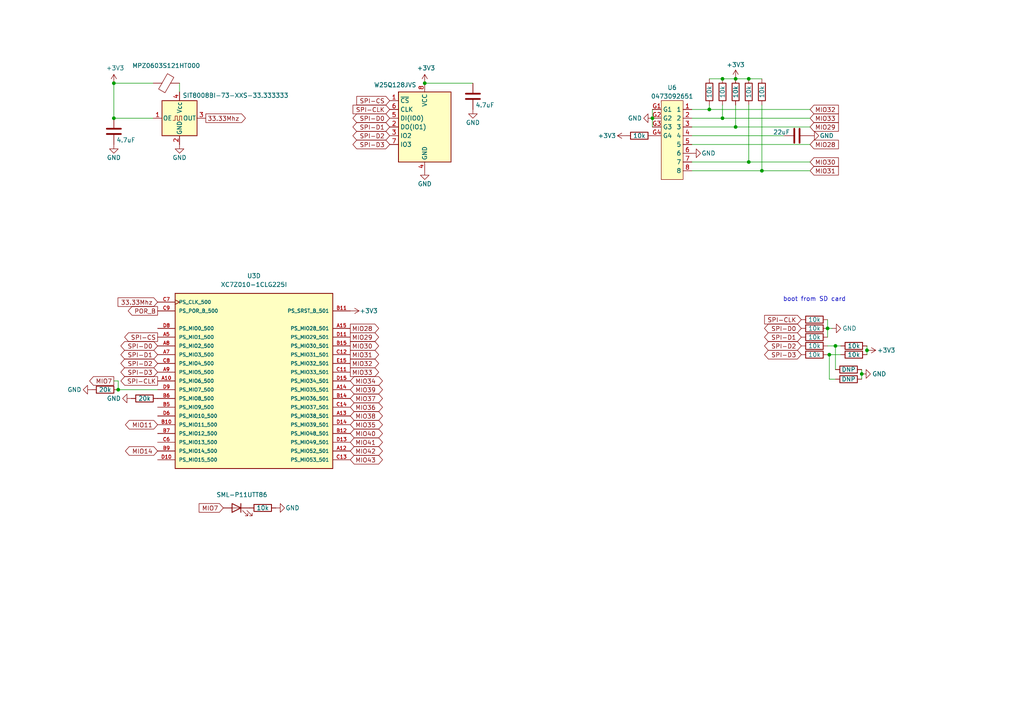
<source format=kicad_sch>
(kicad_sch (version 20231120) (generator "eeschema") (generator_version "8.0")
  (paper "A4")
  (lib_symbols
    (symbol "Device:C" (pin_numbers hide) (pin_names (offset 0.254))
      (property "Reference" "C" (at 0.635 2.54 0))
      (property "Value" "C" (at 0.635 -2.54 0))
      (symbol "C_0_1"
        (polyline (pts (xy -2.032 -0.762) (xy 2.032 -0.762)) (stroke (width 0.508)))
        (polyline (pts (xy -2.032 0.762) (xy 2.032 0.762)) (stroke (width 0.508)))
      )
      (symbol "C_1_1"
        (pin passive line (at 0 3.81 270) (length 2.794) (name "~") (number "1"))
        (pin passive line (at 0 -3.81 90) (length 2.794) (name "~") (number "2"))
      )
    )
    (symbol "Device:FerriteBead" (pin_numbers hide) (pin_names (offset 0))
      (property "Reference" "FB" (at -3.81 0.635 90))
      (property "Value" "FerriteBead" (at 3.81 0 90))
      (symbol "FerriteBead_0_1"
        (polyline (pts (xy 0 -1.27) (xy 0 -1.2192)))
        (polyline (pts (xy 0 1.27) (xy 0 1.2954)))
        (polyline (pts (xy -2.7686 0.4064) (xy -1.7018 2.2606) (xy 2.7686 -0.3048) (xy 1.6764 -2.159) (xy -2.7686 0.4064)))
      )
      (symbol "FerriteBead_1_1"
        (pin passive line (at 0 3.81 270) (length 2.54) (name "~") (number "1"))
        (pin passive line (at 0 -3.81 90) (length 2.54) (name "~") (number "2"))
      )
    )
    (symbol "Device:LED" (pin_numbers hide) (pin_names (offset 1.016) hide)
      (property "Reference" "D" (at 0 2.54 0))
      (property "Value" "LED" (at 0 -2.54 0))
      (symbol "LED_0_1"
        (polyline (pts (xy -1.27 -1.27) (xy -1.27 1.27)) (stroke (width 0.254)))
        (polyline (pts (xy -1.27 0) (xy 1.27 0)))
        (polyline (pts (xy 1.27 -1.27) (xy 1.27 1.27) (xy -1.27 0) (xy 1.27 -1.27)) (stroke (width 0.254)))
        (polyline (pts (xy -3.048 -0.762) (xy -4.572 -2.286) (xy -3.81 -2.286) (xy -4.572 -2.286) (xy -4.572 -1.524)))
        (polyline (pts (xy -1.778 -0.762) (xy -3.302 -2.286) (xy -2.54 -2.286) (xy -3.302 -2.286) (xy -3.302 -1.524)))
      )
      (symbol "LED_1_1"
        (pin passive line (at -3.81 0 0) (length 2.54) (name "K") (number "1"))
        (pin passive line (at 3.81 0 180) (length 2.54) (name "A") (number "2"))
      )
    )
    (symbol "Device:R" (pin_numbers hide) (pin_names (offset 0))
      (property "Reference" "R" (at 2.032 0 90))
      (property "Value" "R" (at 0 0 90))
      (symbol "R_0_1"
        (rectangle (start -1.016 -2.54) (end 1.016 2.54) (stroke (width 0.254)))
      )
      (symbol "R_1_1"
        (pin passive line (at 0 3.81 270) (length 1.27) (name "~") (number "1"))
        (pin passive line (at 0 -3.81 90) (length 1.27) (name "~") (number "2"))
      )
    )
    (symbol "ESP32-PRO_Rev_B1:GND" (power) (pin_names (offset 0))
      (property "Value" "GND" (at 0 -3.81 0))
      (symbol "GND_0_1"
        (polyline (pts (xy 0 0) (xy 0 -1.27) (xy 1.27 -1.27) (xy 0 -2.54) (xy -1.27 -1.27) (xy 0 -1.27)))
      )
      (symbol "GND_1_1"
        (pin power_in line (at 0 0 270) (length 0) hide (name "GND") (number "1"))
      )
    )
    (symbol "Memory_Flash:W25Q128JVS"
      (property "Reference" "U" (at -6.35 11.43 0))
      (property "Value" "W25Q128JVS" (at 7.62 11.43 0))
      (symbol "W25Q128JVS_0_1"
        (rectangle (start -7.62 10.16) (end 7.62 -10.16) (stroke (width 0.254)) (fill (type background)))
      )
      (symbol "W25Q128JVS_1_1"
        (pin input line (at -10.16 7.62 0) (length 2.54) (name "~{CS}") (number "1"))
        (pin bidirectional line (at -10.16 0 0) (length 2.54) (name "DO(IO1)") (number "2"))
        (pin bidirectional line (at -10.16 -2.54 0) (length 2.54) (name "IO2") (number "3"))
        (pin power_in line (at 0 -12.7 90) (length 2.54) (name "GND") (number "4"))
        (pin bidirectional line (at -10.16 2.54 0) (length 2.54) (name "DI(IO0)") (number "5"))
        (pin input line (at -10.16 5.08 0) (length 2.54) (name "CLK") (number "6"))
        (pin bidirectional line (at -10.16 -5.08 0) (length 2.54) (name "IO3") (number "7"))
        (pin power_in line (at 0 12.7 270) (length 2.54) (name "VCC") (number "8"))
      )
    )
    (symbol "Oscillator:SG-210SCD" (pin_names (offset 0.254))
      (property "Reference" "X" (at -5.08 6.35 0))
      (property "Value" "SG-210SCD" (at 1.27 -6.35 0))
      (symbol "SG-210SCD_0_1"
        (rectangle (start -5.08 5.08) (end 5.08 -5.08) (stroke (width 0.254)) (fill (type background)))
        (polyline (pts (xy -1.905 -0.635) (xy -1.27 -0.635) (xy -1.27 0.635) (xy -0.635 0.635) (xy -0.635 -0.635) (xy 0 -0.635) (xy 0 0.635) (xy 0.635 0.635) (xy 0.635 -0.635)))
      )
      (symbol "SG-210SCD_1_1"
        (pin input line (at -7.62 0 0) (length 2.54) (name "OE") (number "1"))
        (pin power_in line (at 0 -7.62 90) (length 2.54) (name "GND") (number "2"))
        (pin output line (at 7.62 0 180) (length 2.54) (name "OUT") (number "3"))
        (pin power_in line (at 0 7.62 270) (length 2.54) (name "Vcc") (number "4"))
      )
    )
    (symbol "Personal:U"
      (property "Reference" "U" (at 0 0 0))
      (symbol "U_1_1"
        (rectangle (start -2.54 -1.27) (end 3.81 -24.13) (fill (type background)))
        (pin input line (at 6.35 -3.81 180) (length 2.54) (name "1") (number "1"))
        (pin input line (at 6.35 -6.35 180) (length 2.54) (name "2") (number "2"))
        (pin input line (at 6.35 -8.89 180) (length 2.54) (name "3") (number "3"))
        (pin input line (at 6.35 -11.43 180) (length 2.54) (name "4") (number "4"))
        (pin input line (at 6.35 -13.97 180) (length 2.54) (name "5") (number "5"))
        (pin input line (at 6.35 -16.51 180) (length 2.54) (name "6") (number "6"))
        (pin input line (at 6.35 -19.05 180) (length 2.54) (name "7") (number "7"))
        (pin input line (at 6.35 -21.59 180) (length 2.54) (name "8") (number "8"))
        (pin input line (at -5.08 -3.81 0) (length 2.54) (name "G1") (number "G1"))
        (pin input line (at -5.08 -6.35 0) (length 2.54) (name "G2") (number "G2"))
        (pin input line (at -5.08 -8.89 0) (length 2.54) (name "G3") (number "G3"))
        (pin input line (at -5.08 -11.43 0) (length 2.54) (name "G4") (number "G4"))
      )
    )
    (symbol "Personal:XC7Z010-1CLG225I" (pin_names (offset 1.016))
      (property "Reference" "U" (at -25.5456 24.8201 0))
      (property "Value" "XC7Z010-1CLG225I" (at -25.5473 -24.1252 0))
      (symbol "XC7Z010-1CLG225I_1_0"
        (rectangle (start -25.4 -20.32) (end 25.4 22.86) (stroke (width 0.254)) (fill (type background)))
        (pin bidirectional line (at 30.48 7.62 180) (length 5.08) (name "INIT_B_0") (number "D5"))
        (pin power_in line (at 30.48 20.32 180) (length 5.08) (name "VCCBATT_0") (number "E6"))
        (pin passive line (at 30.48 -10.16 180) (length 5.08) (name "RSVDGND") (number "E8"))
        (pin input line (at -30.48 -5.08 0) (length 5.08) (name "CFGBVS_0") (number "F6"))
        (pin power_in line (at 30.48 17.78 180) (length 5.08) (name "VCCADC_0") (number "F7"))
        (pin power_in line (at 30.48 -17.78 180) (length 5.08) (name "GNDADC_0") (number "F8"))
        (pin passive line (at 30.48 -2.54 180) (length 5.08) (name "RSVSVCC1") (number "G4"))
        (pin input line (at -30.48 -7.62 0) (length 5.08) (name "VP_0") (number "G7"))
        (pin power_in line (at 30.48 -15.24 180) (length 5.08) (name "VREFN_0") (number "G8"))
        (pin input clock (at -30.48 10.16 0) (length 5.08) (name "TCK_0") (number "G9"))
        (pin passive line (at 30.48 -7.62 180) (length 5.08) (name "RSVSVCC3") (number "H4"))
        (pin power_in line (at 30.48 15.24 180) (length 5.08) (name "VREFP_0") (number "H7"))
        (pin input line (at -30.48 -10.16 0) (length 5.08) (name "VN_0") (number "H8"))
        (pin passive line (at 30.48 -5.08 180) (length 5.08) (name "RSVSVCC2") (number "J4"))
        (pin output line (at 30.48 2.54 180) (length 5.08) (name "DXP_0") (number "J7"))
        (pin input line (at -30.48 -2.54 0) (length 5.08) (name "PROGRAM_B_0") (number "K6"))
        (pin input line (at -30.48 5.08 0) (length 5.08) (name "TDI_0") (number "L7"))
        (pin output line (at -30.48 2.54 0) (length 5.08) (name "TDO_0") (number "L8"))
        (pin input line (at -30.48 7.62 0) (length 5.08) (name "TMS_0") (number "L9"))
        (pin bidirectional line (at 30.48 10.16 180) (length 5.08) (name "DONE_0") (number "M7"))
      )
      (symbol "XC7Z010-1CLG225I_2_0"
        (rectangle (start -27.94 -30.48) (end 27.94 33.02) (stroke (width 0.254)) (fill (type background)))
        (pin bidirectional line (at -33.02 30.48 0) (length 5.08) (name "IO_L1P_T0_34") (number "G11"))
        (pin bidirectional line (at -33.02 25.4 0) (length 5.08) (name "IO_L2P_T0_34") (number "G12"))
        (pin bidirectional line (at -33.02 20.32 0) (length 5.08) (name "IO_L3P_T0_DQS_PUDC_B_34") (number "G14"))
        (pin bidirectional line (at -33.02 5.08 0) (length 5.08) (name "IO_L6P_T0_34") (number "H11"))
        (pin bidirectional line (at -33.02 27.94 0) (length 5.08) (name "IO_L1N_T0_34") (number "H12"))
        (pin bidirectional line (at -33.02 22.86 0) (length 5.08) (name "IO_L2N_T0_34") (number "H13"))
        (pin bidirectional line (at -33.02 17.78 0) (length 5.08) (name "IO_L3N_T0_DQS_34") (number "H14"))
        (pin bidirectional line (at -33.02 2.54 0) (length 5.08) (name "IO_L6N_T0_VREF_34") (number "J11"))
        (pin bidirectional line (at -33.02 10.16 0) (length 5.08) (name "IO_L5P_T0_34") (number "J13"))
        (pin bidirectional line (at -33.02 7.62 0) (length 5.08) (name "IO_L5N_T0_34") (number "J14"))
        (pin bidirectional line (at -33.02 15.24 0) (length 5.08) (name "IO_L4P_T0_34") (number "J15"))
        (pin bidirectional line (at -33.02 -20.32 0) (length 5.08) (name "IO_L11P_T1_SRCC_34") (number "K11"))
        (pin bidirectional line (at -33.02 -22.86 0) (length 5.08) (name "IO_L11N_T1_SRCC_34") (number "K12"))
        (pin bidirectional line (at -33.02 -15.24 0) (length 5.08) (name "IO_L10P_T1_34") (number "K13"))
        (pin bidirectional line (at -33.02 12.7 0) (length 5.08) (name "IO_L4N_T0_34") (number "K15"))
        (pin bidirectional line (at -33.02 -25.4 0) (length 5.08) (name "IO_L12P_T1_MRCC_34") (number "L12"))
        (pin bidirectional line (at -33.02 -17.78 0) (length 5.08) (name "IO_L10N_T1_34") (number "L13"))
        (pin bidirectional line (at -33.02 -10.16 0) (length 5.08) (name "IO_L9P_T1_DQS_34") (number "L14"))
        (pin bidirectional line (at -33.02 -5.08 0) (length 5.08) (name "IO_L8P_T1_34") (number "L15"))
        (pin bidirectional line (at 33.02 -5.08 180) (length 5.08) (name "IO_L21P_T3_DQS_34") (number "M10"))
        (pin bidirectional line (at 33.02 -7.62 180) (length 5.08) (name "IO_L21N_T3_DQS_34") (number "M11"))
        (pin bidirectional line (at -33.02 -27.94 0) (length 5.08) (name "IO_L12N_T1_MRCC_34") (number "M12"))
        (pin bidirectional line (at -33.02 -12.7 0) (length 5.08) (name "IO_L9N_T1_DQS_34") (number "M14"))
        (pin bidirectional line (at -33.02 -7.62 0) (length 5.08) (name "IO_L8N_T1_34") (number "M15"))
        (pin bidirectional line (at 33.02 5.08 180) (length 5.08) (name "IO_L19P_T3_34") (number "M9"))
        (pin bidirectional line (at 33.02 30.48 180) (length 5.08) (name "IO_L13P_T2_MRCC_34") (number "N11"))
        (pin bidirectional line (at 33.02 27.94 180) (length 5.08) (name "IO_L13N_T2_MRCC_34") (number "N12"))
        (pin bidirectional line (at -33.02 0 0) (length 5.08) (name "IO_L7P_T1_34") (number "N13"))
        (pin bidirectional line (at -33.02 -2.54 0) (length 5.08) (name "IO_L7N_T1_34") (number "N14"))
        (pin bidirectional line (at 33.02 -10.16 180) (length 5.08) (name "IO_L22P_T3_34") (number "N7"))
        (pin bidirectional line (at 33.02 -12.7 180) (length 5.08) (name "IO_L22N_T3_34") (number "N8"))
        (pin bidirectional line (at 33.02 2.54 180) (length 5.08) (name "IO_L19N_T3_VREF_34") (number "N9"))
        (pin bidirectional line (at 33.02 -20.32 180) (length 5.08) (name "IO_L24P_T3_34") (number "P10"))
        (pin bidirectional line (at 33.02 20.32 180) (length 5.08) (name "IO_L16P_T2_34") (number "P11"))
        (pin bidirectional line (at 33.02 10.16 180) (length 5.08) (name "IO_L18P_T2_34") (number "P13"))
        (pin bidirectional line (at 33.02 7.62 180) (length 5.08) (name "IO_L18N_T2_34") (number "P14"))
        (pin bidirectional line (at 33.02 25.4 180) (length 5.08) (name "IO_L15P_T2_DQS_34") (number "P15"))
        (pin bidirectional line (at 33.02 -15.24 180) (length 5.08) (name "IO_L23P_T3_34") (number "P8"))
        (pin bidirectional line (at 33.02 -17.78 180) (length 5.08) (name "IO_L23N_T3_34") (number "P9"))
        (pin bidirectional line (at 33.02 -22.86 180) (length 5.08) (name "IO_L24N_T3_34") (number "R10"))
        (pin bidirectional line (at 33.02 17.78 180) (length 5.08) (name "IO_L16N_T2_34") (number "R11"))
        (pin bidirectional line (at 33.02 15.24 180) (length 5.08) (name "IO_L17P_T2_34") (number "R12"))
        (pin bidirectional line (at 33.02 12.7 180) (length 5.08) (name "IO_L17N_T2_34") (number "R13"))
        (pin bidirectional line (at 33.02 22.86 180) (length 5.08) (name "IO_L15N_T2_DQS_34") (number "R15"))
        (pin bidirectional line (at 33.02 0 180) (length 5.08) (name "IO_L20P_T3_34") (number "R7"))
        (pin bidirectional line (at 33.02 -2.54 180) (length 5.08) (name "IO_L20N_T3_34") (number "R8"))
      )
      (symbol "XC7Z010-1CLG225I_3_0"
        (rectangle (start -22.86 -10.16) (end 22.86 12.7) (stroke (width 0.254)) (fill (type background)))
        (pin bidirectional line (at -27.94 5.08 0) (length 5.08) (name "IO_L2P_T0_AD8P_35") (number "E11"))
        (pin bidirectional line (at -27.94 2.54 0) (length 5.08) (name "IO_L2N_T0_AD8N_35") (number "E12"))
        (pin bidirectional line (at -27.94 7.62 0) (length 5.08) (name "IO_L1N_T0_AD0N_35") (number "E13"))
        (pin bidirectional line (at -27.94 10.16 0) (length 5.08) (name "IO_L1P_T0_AD0P_35") (number "F12"))
        (pin bidirectional line (at -27.94 0 0) (length 5.08) (name "IO_L3P_T0_DQS_AD1P_35") (number "F13"))
        (pin bidirectional line (at -27.94 -2.54 0) (length 5.08) (name "IO_L3N_T0_DQS_AD1N_35") (number "F14"))
        (pin bidirectional line (at -27.94 -7.62 0) (length 5.08) (name "IO_L5N_T0_AD9N_35") (number "F15"))
        (pin bidirectional line (at -27.94 -5.08 0) (length 5.08) (name "IO_L5P_T0_AD9P_35") (number "G15"))
      )
      (symbol "XC7Z010-1CLG225I_4_0"
        (rectangle (start -22.86 -25.4) (end 22.86 25.4) (stroke (width 0.254)) (fill (type background)))
        (pin bidirectional line (at -27.94 0 0) (length 5.08) (name "PS_MIO6_500") (number "A10"))
        (pin bidirectional line (at 27.94 -20.32 180) (length 5.08) (name "PS_MIO52_501") (number "A12"))
        (pin bidirectional line (at 27.94 -10.16 180) (length 5.08) (name "PS_MIO38_501") (number "A13"))
        (pin bidirectional line (at 27.94 -2.54 180) (length 5.08) (name "PS_MIO35_501") (number "A14"))
        (pin bidirectional line (at 27.94 15.24 180) (length 5.08) (name "PS_MIO28_501") (number "A15"))
        (pin bidirectional line (at -27.94 12.7 0) (length 5.08) (name "PS_MIO1_500") (number "A5"))
        (pin bidirectional line (at -27.94 7.62 0) (length 5.08) (name "PS_MIO3_500") (number "A7"))
        (pin bidirectional line (at -27.94 10.16 0) (length 5.08) (name "PS_MIO2_500") (number "A8"))
        (pin bidirectional line (at -27.94 2.54 0) (length 5.08) (name "PS_MIO5_500") (number "A9"))
        (pin bidirectional line (at -27.94 -12.7 0) (length 5.08) (name "PS_MIO11_500") (number "B10"))
        (pin input line (at 27.94 20.32 180) (length 5.08) (name "PS_SRST_B_501") (number "B11"))
        (pin bidirectional line (at 27.94 -15.24 180) (length 5.08) (name "PS_MIO48_501") (number "B12"))
        (pin bidirectional line (at 27.94 -5.08 180) (length 5.08) (name "PS_MIO36_501") (number "B14"))
        (pin bidirectional line (at 27.94 10.16 180) (length 5.08) (name "PS_MIO30_501") (number "B15"))
        (pin bidirectional line (at -27.94 -7.62 0) (length 5.08) (name "PS_MIO9_500") (number "B5"))
        (pin bidirectional line (at -27.94 -5.08 0) (length 5.08) (name "PS_MIO8_500") (number "B6"))
        (pin bidirectional line (at -27.94 -15.24 0) (length 5.08) (name "PS_MIO12_500") (number "B7"))
        (pin bidirectional line (at -27.94 -20.32 0) (length 5.08) (name "PS_MIO14_500") (number "B9"))
        (pin bidirectional line (at 27.94 2.54 180) (length 5.08) (name "PS_MIO33_501") (number "C11"))
        (pin bidirectional line (at 27.94 7.62 180) (length 5.08) (name "PS_MIO31_501") (number "C12"))
        (pin bidirectional line (at 27.94 -22.86 180) (length 5.08) (name "PS_MIO53_501") (number "C13"))
        (pin bidirectional line (at 27.94 -7.62 180) (length 5.08) (name "PS_MIO37_501") (number "C14"))
        (pin bidirectional line (at -27.94 -17.78 0) (length 5.08) (name "PS_MIO13_500") (number "C6"))
        (pin input clock (at -27.94 22.86 0) (length 5.08) (name "PS_CLK_500") (number "C7"))
        (pin bidirectional line (at -27.94 5.08 0) (length 5.08) (name "PS_MIO4_500") (number "C8"))
        (pin input line (at -27.94 20.32 0) (length 5.08) (name "PS_POR_B_500") (number "C9"))
        (pin bidirectional line (at -27.94 -22.86 0) (length 5.08) (name "PS_MIO15_500") (number "D10"))
        (pin bidirectional line (at 27.94 12.7 180) (length 5.08) (name "PS_MIO29_501") (number "D11"))
        (pin bidirectional line (at 27.94 -17.78 180) (length 5.08) (name "PS_MIO49_501") (number "D13"))
        (pin bidirectional line (at 27.94 -12.7 180) (length 5.08) (name "PS_MIO39_501") (number "D14"))
        (pin bidirectional line (at 27.94 0 180) (length 5.08) (name "PS_MIO34_501") (number "D15"))
        (pin bidirectional line (at -27.94 -10.16 0) (length 5.08) (name "PS_MIO10_500") (number "D6"))
        (pin bidirectional line (at -27.94 15.24 0) (length 5.08) (name "PS_MIO0_500") (number "D8"))
        (pin bidirectional line (at -27.94 -2.54 0) (length 5.08) (name "PS_MIO7_500") (number "D9"))
        (pin bidirectional line (at 27.94 5.08 180) (length 5.08) (name "PS_MIO32_501") (number "E15"))
      )
      (symbol "XC7Z010-1CLG225I_5_0"
        (rectangle (start -27.94 -43.18) (end 27.94 43.18) (stroke (width 0.254)) (fill (type background)))
        (pin bidirectional line (at -33.02 38.1 0) (length 5.08) (name "PS_DDR_DQ1_502") (number "A2"))
        (pin bidirectional line (at -33.02 22.86 0) (length 5.08) (name "PS_DDR_DQ7_502") (number "A3"))
        (pin bidirectional line (at -33.02 27.94 0) (length 5.08) (name "PS_DDR_DQ5_502") (number "A4"))
        (pin output line (at 33.02 -2.54 180) (length 5.08) (name "PS_DDR_DM0_502") (number "B1"))
        (pin bidirectional line (at -33.02 -2.54 0) (length 5.08) (name "PS_DDR_DQS_N0_502") (number "B2"))
        (pin bidirectional line (at -33.02 30.48 0) (length 5.08) (name "PS_DDR_DQ4_502") (number "B4"))
        (pin bidirectional line (at -33.02 33.02 0) (length 5.08) (name "PS_DDR_DQ3_502") (number "C1"))
        (pin bidirectional line (at -33.02 0 0) (length 5.08) (name "PS_DDR_DQS_P0_502") (number "C2"))
        (pin bidirectional line (at -33.02 25.4 0) (length 5.08) (name "PS_DDR_DQ6_502") (number "C3"))
        (pin bidirectional line (at -33.02 35.56 0) (length 5.08) (name "PS_DDR_DQ2_502") (number "C4"))
        (pin bidirectional line (at -33.02 17.78 0) (length 5.08) (name "PS_DDR_DQ9_502") (number "D1"))
        (pin output line (at 33.02 -5.08 180) (length 5.08) (name "PS_DDR_DM1_502") (number "D3"))
        (pin bidirectional line (at -33.02 40.64 0) (length 5.08) (name "PS_DDR_DQ0_502") (number "D4"))
        (pin bidirectional line (at -33.02 20.32 0) (length 5.08) (name "PS_DDR_DQ8_502") (number "E1"))
        (pin bidirectional line (at -33.02 15.24 0) (length 5.08) (name "PS_DDR_DQ10_502") (number "E2"))
        (pin bidirectional line (at -33.02 12.7 0) (length 5.08) (name "PS_DDR_DQ11_502") (number "E3"))
        (pin bidirectional line (at -33.02 -7.62 0) (length 5.08) (name "PS_DDR_DQS_N1_502") (number "F2"))
        (pin bidirectional line (at -33.02 10.16 0) (length 5.08) (name "PS_DDR_DQ12_502") (number "F3"))
        (pin power_in line (at 33.02 40.64 180) (length 5.08) (name "PS_DDR_VREF0_502") (number "F4"))
        (pin bidirectional line (at -33.02 7.62 0) (length 5.08) (name "PS_DDR_DQ13_502") (number "G1"))
        (pin bidirectional line (at -33.02 -5.08 0) (length 5.08) (name "PS_DDR_DQS_P1_502") (number "G2"))
        (pin bidirectional line (at -33.02 5.08 0) (length 5.08) (name "PS_DDR_DQ14_502") (number "H1"))
        (pin bidirectional line (at -33.02 2.54 0) (length 5.08) (name "PS_DDR_DQ15_502") (number "H2"))
        (pin output line (at 33.02 -38.1 180) (length 5.08) (name "PS_DDR_VRP_502") (number "H3"))
        (pin output line (at 33.02 10.16 180) (length 5.08) (name "PS_DDR_A10_502") (number "J1"))
        (pin output line (at 33.02 -40.64 180) (length 5.08) (name "PS_DDR_VRN_502") (number "J3"))
        (pin output line (at 33.02 0 180) (length 5.08) (name "PS_DDR_A14_502") (number "K1"))
        (pin output line (at 33.02 2.54 180) (length 5.08) (name "PS_DDR_A13_502") (number "K2"))
        (pin output line (at 33.02 -25.4 180) (length 5.08) (name "PS_DDR_ODT_502") (number "K3"))
        (pin output line (at 33.02 7.62 180) (length 5.08) (name "PS_DDR_A11_502") (number "L2"))
        (pin output line (at 33.02 -20.32 180) (length 5.08) (name "PS_DDR_CKE_502") (number "L3"))
        (pin output line (at 33.02 -22.86 180) (length 5.08) (name "PS_DDR_DRST_B_502") (number "L4"))
        (pin output line (at 33.02 30.48 180) (length 5.08) (name "PS_DDR_A2_502") (number "M1"))
        (pin output line (at 33.02 5.08 180) (length 5.08) (name "PS_DDR_A12_502") (number "M2"))
        (pin output line (at 33.02 27.94 180) (length 5.08) (name "PS_DDR_A3_502") (number "M4"))
        (pin output line (at 33.02 17.78 180) (length 5.08) (name "PS_DDR_A7_502") (number "M5"))
        (pin output line (at 33.02 -7.62 180) (length 5.08) (name "PS_DDR_BA0_502") (number "M6"))
        (pin output line (at 33.02 33.02 180) (length 5.08) (name "PS_DDR_A1_502") (number "N1"))
        (pin output clock (at 33.02 -17.78 180) (length 5.08) (name "PS_DDR_CKN_502") (number "N2"))
        (pin output clock (at 33.02 -15.24 180) (length 5.08) (name "PS_DDR_CKP_502") (number "N3"))
        (pin output line (at 33.02 12.7 180) (length 5.08) (name "PS_DDR_A9_502") (number "N4"))
        (pin output line (at 33.02 -12.7 180) (length 5.08) (name "PS_DDR_BA2_502") (number "N6"))
        (pin output line (at 33.02 35.56 180) (length 5.08) (name "PS_DDR_A0_502") (number "P1"))
        (pin output line (at 33.02 25.4 180) (length 5.08) (name "PS_DDR_A4_502") (number "P3"))
        (pin output line (at 33.02 22.86 180) (length 5.08) (name "PS_DDR_A5_502") (number "P4"))
        (pin output line (at 33.02 20.32 180) (length 5.08) (name "PS_DDR_A6_502") (number "P5"))
        (pin output line (at 33.02 15.24 180) (length 5.08) (name "PS_DDR_A8_502") (number "P6"))
        (pin output line (at 33.02 -10.16 180) (length 5.08) (name "PS_DDR_BA1_502") (number "R1"))
        (pin output line (at 33.02 -27.94 180) (length 5.08) (name "PS_DDR_CS_B_502") (number "R2"))
        (pin output line (at 33.02 -30.48 180) (length 5.08) (name "PS_DDR_WE_B_502") (number "R3"))
        (pin output line (at 33.02 -33.02 180) (length 5.08) (name "PS_DDR_CAS_B_502") (number "R5"))
        (pin output line (at 33.02 -35.56 180) (length 5.08) (name "PS_DDR_RAS_B_502") (number "R6"))
      )
      (symbol "XC7Z010-1CLG225I_6_0"
        (rectangle (start -17.78 -17.78) (end 17.78 17.78) (stroke (width 0.254)) (fill (type background)))
        (pin power_in line (at 22.86 -15.24 180) (length 5.08) (name "GND") (number "A1"))
        (pin power_in line (at 22.86 -15.24 180) (length 5.08) (name "GND") (number "A11"))
        (pin power_in line (at 22.86 -5.08 180) (length 5.08) (name "VCCO_MIO0_500") (number "A6"))
        (pin power_in line (at 22.86 -7.62 180) (length 5.08) (name "VCCO_MIO1_501") (number "B13"))
        (pin power_in line (at 22.86 -10.16 180) (length 5.08) (name "VCCO_DDR_502") (number "B3"))
        (pin power_in line (at 22.86 -15.24 180) (length 5.08) (name "GND") (number "B8"))
        (pin power_in line (at 22.86 -7.62 180) (length 5.08) (name "VCCO_MIO1_501") (number "C10"))
        (pin power_in line (at 22.86 -15.24 180) (length 5.08) (name "GND") (number "C15"))
        (pin power_in line (at 22.86 -15.24 180) (length 5.08) (name "GND") (number "C5"))
        (pin power_in line (at 22.86 -15.24 180) (length 5.08) (name "GND") (number "D12"))
        (pin power_in line (at 22.86 -15.24 180) (length 5.08) (name "GND") (number "D2"))
        (pin power_in line (at 22.86 -5.08 180) (length 5.08) (name "VCCO_MIO0_500") (number "D7"))
        (pin power_in line (at 22.86 15.24 180) (length 5.08) (name "VCCINT") (number "E10"))
        (pin power_in line (at 22.86 -7.62 180) (length 5.08) (name "VCCO_MIO1_501") (number "E14"))
        (pin power_in line (at 22.86 -10.16 180) (length 5.08) (name "VCCO_DDR_502") (number "E4"))
        (pin power_in line (at 22.86 -15.24 180) (length 5.08) (name "GND") (number "E5"))
        (pin power_in line (at 22.86 -15.24 180) (length 5.08) (name "GND") (number "E7"))
        (pin power_in line (at 22.86 -15.24 180) (length 5.08) (name "GND") (number "E9"))
        (pin power_in line (at 22.86 -10.16 180) (length 5.08) (name "VCCO_DDR_502") (number "F1"))
        (pin power_in line (at 22.86 -15.24 180) (length 5.08) (name "GND") (number "F10"))
        (pin power_in line (at 22.86 -2.54 180) (length 5.08) (name "VCCO_35") (number "F11"))
        (pin power_in line (at 22.86 5.08 180) (length 5.08) (name "VCCPLL") (number "F5"))
        (pin power_in line (at 22.86 15.24 180) (length 5.08) (name "VCCINT") (number "F9"))
        (pin power_in line (at 22.86 15.24 180) (length 5.08) (name "VCCINT") (number "G10"))
        (pin power_in line (at 22.86 -15.24 180) (length 5.08) (name "GND") (number "G13"))
        (pin power_in line (at 22.86 -15.24 180) (length 5.08) (name "GND") (number "G3"))
        (pin power_in line (at 22.86 -15.24 180) (length 5.08) (name "GND") (number "G5"))
        (pin power_in line (at 22.86 12.7 180) (length 5.08) (name "VCCPINT") (number "G6"))
        (pin power_in line (at 22.86 -15.24 180) (length 5.08) (name "GND") (number "H10"))
        (pin power_in line (at 22.86 -2.54 180) (length 5.08) (name "VCCO_35") (number "H15"))
        (pin power_in line (at 22.86 12.7 180) (length 5.08) (name "VCCPINT") (number "H5"))
        (pin power_in line (at 22.86 -15.24 180) (length 5.08) (name "GND") (number "H6"))
        (pin power_in line (at 22.86 10.16 180) (length 5.08) (name "VCCAUX") (number "H9"))
        (pin power_in line (at 22.86 15.24 180) (length 5.08) (name "VCCINT") (number "J10"))
        (pin power_in line (at 22.86 0 180) (length 5.08) (name "VCCO_34") (number "J12"))
        (pin power_in line (at 22.86 -10.16 180) (length 5.08) (name "VCCO_DDR_502") (number "J2"))
        (pin power_in line (at 22.86 -15.24 180) (length 5.08) (name "GND") (number "J5"))
        (pin power_in line (at 22.86 7.62 180) (length 5.08) (name "VCCPAUX") (number "J6"))
        (pin power_in line (at 22.86 10.16 180) (length 5.08) (name "VCCAUX") (number "J8"))
        (pin power_in line (at 22.86 -15.24 180) (length 5.08) (name "GND") (number "J9"))
        (pin power_in line (at 22.86 -15.24 180) (length 5.08) (name "GND") (number "K10"))
        (pin power_in line (at 22.86 -15.24 180) (length 5.08) (name "GND") (number "K14"))
        (pin power_in line (at 22.86 -15.24 180) (length 5.08) (name "GND") (number "K4"))
        (pin power_in line (at 22.86 12.7 180) (length 5.08) (name "VCCPINT") (number "K5"))
        (pin power_in line (at 22.86 -15.24 180) (length 5.08) (name "GND") (number "K7"))
        (pin power_in line (at 22.86 2.54 180) (length 5.08) (name "VCCO_0") (number "K8"))
        (pin power_in line (at 22.86 10.16 180) (length 5.08) (name "VCCAUX") (number "K9"))
        (pin power_in line (at 22.86 -15.24 180) (length 5.08) (name "GND") (number "L1"))
        (pin power_in line (at 22.86 15.24 180) (length 5.08) (name "VCCINT") (number "L10"))
        (pin power_in line (at 22.86 -15.24 180) (length 5.08) (name "GND") (number "L11"))
        (pin power_in line (at 22.86 -15.24 180) (length 5.08) (name "GND") (number "L5"))
        (pin power_in line (at 22.86 7.62 180) (length 5.08) (name "VCCPAUX") (number "L6"))
        (pin power_in line (at 22.86 0 180) (length 5.08) (name "VCCO_34") (number "M13"))
        (pin power_in line (at 22.86 -10.16 180) (length 5.08) (name "VCCO_DDR_502") (number "M3"))
        (pin power_in line (at 22.86 -15.24 180) (length 5.08) (name "GND") (number "M8"))
        (pin power_in line (at 22.86 0 180) (length 5.08) (name "VCCO_34") (number "N10"))
        (pin power_in line (at 22.86 -15.24 180) (length 5.08) (name "GND") (number "N15"))
        (pin power_in line (at 22.86 -15.24 180) (length 5.08) (name "GND") (number "N5"))
        (pin power_in line (at 22.86 -15.24 180) (length 5.08) (name "GND") (number "P12"))
        (pin power_in line (at 22.86 -15.24 180) (length 5.08) (name "GND") (number "P2"))
        (pin power_in line (at 22.86 0 180) (length 5.08) (name "VCCO_34") (number "P7"))
        (pin power_in line (at 22.86 0 180) (length 5.08) (name "VCCO_34") (number "R14"))
        (pin power_in line (at 22.86 -10.16 180) (length 5.08) (name "VCCO_DDR_502") (number "R4"))
        (pin power_in line (at 22.86 -15.24 180) (length 5.08) (name "GND") (number "R9"))
      )
    )
    (symbol "power:+3V3" (power) (pin_names (offset 0))
      (property "Value" "+3V3" (at 0 3.556 0))
      (symbol "+3V3_0_1"
        (polyline (pts (xy -0.762 1.27) (xy 0 2.54)))
        (polyline (pts (xy 0 0) (xy 0 2.54)))
        (polyline (pts (xy 0 2.54) (xy 0.762 1.27)))
      )
      (symbol "+3V3_1_1"
        (pin power_in line (at 0 0 90) (length 0) hide (name "+3V3") (number "1"))
      )
    )
  )
  (junction (at 33.02 24.13))
  (junction (at 240.03 95.25))
  (junction (at 33.02 34.29))
  (junction (at 240.538 102.87))
  (junction (at 209.55 22.86))
  (junction (at 217.17 22.86))
  (junction (at 189.23 34.29))
  (junction (at 217.17 46.99))
  (junction (at 249.936 108.458))
  (junction (at 213.36 36.83))
  (junction (at 213.36 22.86))
  (junction (at 251.46 101.6))
  (junction (at 209.55 34.29))
  (junction (at 123.19 24.13))
  (junction (at 242.316 100.33))
  (junction (at 220.98 49.53))
  (junction (at 34.29 113.03))
  (junction (at 205.74 31.75))
  (wire (pts (xy 213.36 22.86) (xy 217.17 22.86)))
  (wire (pts (xy 240.538 102.87) (xy 240.03 102.87)))
  (wire (pts (xy 240.03 95.25) (xy 240.03 97.79)))
  (wire (pts (xy 213.36 36.83) (xy 200.66 36.83)))
  (wire (pts (xy 242.316 107.188) (xy 242.316 100.33)))
  (wire (pts (xy 213.36 30.48) (xy 213.36 36.83)))
  (wire (pts (xy 123.19 24.13) (xy 137.16 24.13)))
  (wire (pts (xy 33.02 110.49) (xy 34.29 110.49)))
  (wire (pts (xy 242.316 109.982) (xy 240.538 109.982)))
  (wire (pts (xy 34.29 113.03) (xy 45.72 113.03)))
  (wire (pts (xy 242.316 100.33) (xy 243.84 100.33)))
  (wire (pts (xy 249.936 107.188) (xy 249.936 108.458)))
  (wire (pts (xy 217.17 30.48) (xy 217.17 46.99)))
  (wire (pts (xy 200.66 49.53) (xy 220.98 49.53)))
  (wire (pts (xy 52.07 24.13) (xy 52.07 26.67)))
  (wire (pts (xy 220.98 30.48) (xy 220.98 49.53)))
  (wire (pts (xy 189.23 34.29) (xy 189.23 36.83)))
  (wire (pts (xy 240.538 109.982) (xy 240.538 102.87)))
  (wire (pts (xy 234.95 46.99) (xy 217.17 46.99)))
  (wire (pts (xy 33.02 34.29) (xy 44.45 34.29)))
  (wire (pts (xy 217.17 22.86) (xy 220.98 22.86)))
  (wire (pts (xy 251.46 101.6) (xy 251.46 102.87)))
  (wire (pts (xy 205.74 31.75) (xy 200.66 31.75)))
  (wire (pts (xy 240.03 100.33) (xy 242.316 100.33)))
  (wire (pts (xy 249.936 108.458) (xy 249.936 109.982)))
  (wire (pts (xy 251.46 100.33) (xy 251.46 101.6)))
  (wire (pts (xy 33.02 24.13) (xy 33.02 34.29)))
  (wire (pts (xy 217.17 46.99) (xy 200.66 46.99)))
  (wire (pts (xy 234.95 41.91) (xy 200.66 41.91)))
  (wire (pts (xy 213.36 22.86) (xy 209.55 22.86)))
  (wire (pts (xy 243.84 102.87) (xy 240.538 102.87)))
  (wire (pts (xy 209.55 22.86) (xy 205.74 22.86)))
  (wire (pts (xy 220.98 49.53) (xy 234.95 49.53)))
  (wire (pts (xy 234.95 36.83) (xy 213.36 36.83)))
  (wire (pts (xy 205.74 30.48) (xy 205.74 31.75)))
  (wire (pts (xy 189.23 31.75) (xy 189.23 34.29)))
  (wire (pts (xy 34.29 110.49) (xy 34.29 113.03)))
  (wire (pts (xy 33.02 24.13) (xy 44.45 24.13)))
  (wire (pts (xy 209.55 30.48) (xy 209.55 34.29)))
  (wire (pts (xy 234.95 34.29) (xy 209.55 34.29)))
  (wire (pts (xy 227.33 39.37) (xy 200.66 39.37)))
  (wire (pts (xy 209.55 34.29) (xy 200.66 34.29)))
  (wire (pts (xy 240.03 92.71) (xy 240.03 95.25)))
  (wire (pts (xy 234.95 31.75) (xy 205.74 31.75)))
  (wire (pts (xy 241.3 95.25) (xy 240.03 95.25)))
  (text "boot from SD card" (at 236.22 86.868 0) (effects (font (size 1.27 1.27))))
  (global_label "MIO43" (shape bidirectional) (at 101.6 133.35 0) (property "Intersheetrefs" "${INTERSHEET_REFS}" (effects (hide yes))))
  (global_label "MIO42" (shape bidirectional) (at 101.6 130.81 0) (property "Intersheetrefs" "${INTERSHEET_REFS}" (effects (hide yes))))
  (global_label "SPI-D2" (shape bidirectional) (at 45.72 105.41 180) (property "Intersheetrefs" "${INTERSHEET_REFS}" (effects (hide yes))))
  (global_label "SPI-D0" (shape bidirectional) (at 45.72 100.33 180) (property "Intersheetrefs" "${INTERSHEET_REFS}" (effects (hide yes))))
  (global_label "MIO29" (shape output) (at 101.6 97.79 0) (property "Intersheetrefs" "${INTERSHEET_REFS}" (effects (hide yes))))
  (global_label "MIO31" (shape output) (at 101.6 102.87 0) (property "Intersheetrefs" "${INTERSHEET_REFS}" (effects (hide yes))))
  (global_label "SPI-D2" (shape bidirectional) (at 232.41 100.33 180) (property "Intersheetrefs" "${INTERSHEET_REFS}" (effects (hide yes))))
  (global_label "MIO30" (shape output) (at 101.6 100.33 0) (property "Intersheetrefs" "${INTERSHEET_REFS}" (effects (hide yes))))
  (global_label "SPI-CLK" (shape input) (at 232.41 92.71 180) (property "Intersheetrefs" "${INTERSHEET_REFS}" (effects (hide yes))))
  (global_label "SPI-CS" (shape input) (at 113.03 29.21 180) (property "Intersheetrefs" "${INTERSHEET_REFS}" (effects (hide yes))))
  (global_label "MIO28" (shape input) (at 234.95 41.91 0) (property "Intersheetrefs" "${INTERSHEET_REFS}" (effects (hide yes))))
  (global_label "MIO36" (shape bidirectional) (at 101.6 118.11 0) (property "Intersheetrefs" "${INTERSHEET_REFS}" (effects (hide yes))))
  (global_label "MIO40" (shape bidirectional) (at 101.6 125.73 0) (property "Intersheetrefs" "${INTERSHEET_REFS}" (effects (hide yes))))
  (global_label "SPI-D1" (shape bidirectional) (at 113.03 36.83 180) (property "Intersheetrefs" "${INTERSHEET_REFS}" (effects (hide yes))))
  (global_label "SPI-D3" (shape bidirectional) (at 45.72 107.95 180) (property "Intersheetrefs" "${INTERSHEET_REFS}" (effects (hide yes))))
  (global_label "MIO38" (shape bidirectional) (at 101.6 120.65 0) (property "Intersheetrefs" "${INTERSHEET_REFS}" (effects (hide yes))))
  (global_label "SPI-D0" (shape bidirectional) (at 232.41 95.25 180) (property "Intersheetrefs" "${INTERSHEET_REFS}" (effects (hide yes))))
  (global_label "MIO35" (shape bidirectional) (at 101.6 123.19 0) (property "Intersheetrefs" "${INTERSHEET_REFS}" (effects (hide yes))))
  (global_label "MIO28" (shape output) (at 101.6 95.25 0) (property "Intersheetrefs" "${INTERSHEET_REFS}" (effects (hide yes))))
  (global_label "SPI-D1" (shape bidirectional) (at 45.72 102.87 180) (property "Intersheetrefs" "${INTERSHEET_REFS}" (effects (hide yes))))
  (global_label "MIO31" (shape input) (at 234.95 49.53 0) (property "Intersheetrefs" "${INTERSHEET_REFS}" (effects (hide yes))))
  (global_label "SPI-D0" (shape bidirectional) (at 113.03 34.29 180) (property "Intersheetrefs" "${INTERSHEET_REFS}" (effects (hide yes))))
  (global_label "SPI-D3" (shape bidirectional) (at 113.03 41.91 180) (property "Intersheetrefs" "${INTERSHEET_REFS}" (effects (hide yes))))
  (global_label "MIO32" (shape input) (at 234.95 31.75 0) (property "Intersheetrefs" "${INTERSHEET_REFS}" (effects (hide yes))))
  (global_label "MIO33" (shape input) (at 234.95 34.29 0) (property "Intersheetrefs" "${INTERSHEET_REFS}" (effects (hide yes))))
  (global_label "MIO33" (shape output) (at 101.6 107.95 0) (property "Intersheetrefs" "${INTERSHEET_REFS}" (effects (hide yes))))
  (global_label "MIO39" (shape bidirectional) (at 101.6 113.03 0) (property "Intersheetrefs" "${INTERSHEET_REFS}" (effects (hide yes))))
  (global_label "MIO37" (shape bidirectional) (at 101.6 115.57 0) (property "Intersheetrefs" "${INTERSHEET_REFS}" (effects (hide yes))))
  (global_label "MIO34" (shape bidirectional) (at 101.6 110.49 0) (property "Intersheetrefs" "${INTERSHEET_REFS}" (effects (hide yes))))
  (global_label "MIO7" (shape output) (at 33.02 110.49 180) (property "Intersheetrefs" "${INTERSHEET_REFS}" (effects (hide yes))))
  (global_label "SPI-D1" (shape bidirectional) (at 232.41 97.79 180) (property "Intersheetrefs" "${INTERSHEET_REFS}" (effects (hide yes))))
  (global_label "33.33Mhz" (shape input) (at 45.72 87.63 180) (property "Intersheetrefs" "${INTERSHEET_REFS}" (effects (hide yes))))
  (global_label "MIO41" (shape bidirectional) (at 101.6 128.27 0) (property "Intersheetrefs" "${INTERSHEET_REFS}" (effects (hide yes))))
  (global_label "SPI-D3" (shape bidirectional) (at 232.41 102.87 180) (property "Intersheetrefs" "${INTERSHEET_REFS}" (effects (hide yes))))
  (global_label "MIO7" (shape input) (at 64.77 147.32 180) (property "Intersheetrefs" "${INTERSHEET_REFS}" (effects (hide yes))))
  (global_label "SPI-CLK" (shape input) (at 113.03 31.75 180) (property "Intersheetrefs" "${INTERSHEET_REFS}" (effects (hide yes))))
  (global_label "MIO14" (shape bidirectional) (at 45.72 130.81 180) (property "Intersheetrefs" "${INTERSHEET_REFS}" (effects (hide yes))))
  (global_label "MIO11" (shape bidirectional) (at 45.72 123.19 180) (property "Intersheetrefs" "${INTERSHEET_REFS}" (effects (hide yes))))
  (global_label "SPI-D2" (shape bidirectional) (at 113.03 39.37 180) (property "Intersheetrefs" "${INTERSHEET_REFS}" (effects (hide yes))))
  (global_label "SPI-CS" (shape output) (at 45.72 97.79 180) (property "Intersheetrefs" "${INTERSHEET_REFS}" (effects (hide yes))))
  (global_label "POR_B" (shape output) (at 45.72 90.17 180) (property "Intersheetrefs" "${INTERSHEET_REFS}" (effects (hide yes))))
  (global_label "MIO30" (shape input) (at 234.95 46.99 0) (property "Intersheetrefs" "${INTERSHEET_REFS}" (effects (hide yes))))
  (global_label "MIO32" (shape output) (at 101.6 105.41 0) (property "Intersheetrefs" "${INTERSHEET_REFS}" (effects (hide yes))))
  (global_label "33.33Mhz" (shape output) (at 59.69 34.29 0) (property "Intersheetrefs" "${INTERSHEET_REFS}" (effects (hide yes))))
  (global_label "MIO29" (shape input) (at 234.95 36.83 0) (property "Intersheetrefs" "${INTERSHEET_REFS}" (effects (hide yes))))
  (global_label "SPI-CLK" (shape output) (at 45.72 110.49 180) (property "Intersheetrefs" "${INTERSHEET_REFS}" (effects (hide yes))))
  (symbol (lib_id "power:+3V3") (at 213.36 22.86 0) (mirror y) (unit 1)
    (property "Reference" "#PWR07" (effects (hide yes)))
    (property "Value" "+3V3" (at 213.36 18.796 0))
  )
  (symbol (lib_id "Device:R") (at 246.126 107.188 270) (unit 1)
    (property "Reference" "R41" (effects (hide yes)))
    (property "Value" "DNP" (at 246.126 107.188 90))
    (property "Footprint" "Capacitor_SMD:C_0402_1005Metric" (effects (hide yes)))
    (property "Description" "Resistor" (effects (hide yes)))
  )
  (symbol (lib_id "ESP32-PRO_Rev_B1:GND") (at 52.07 41.91 0) (unit 1)
    (property "Reference" "#PWR063" (effects (hide yes)))
    (property "Value" "GND" (at 52.07 45.72 0))
  )
  (symbol (lib_id "Device:R") (at 30.48 113.03 90) (mirror x) (unit 1)
    (property "Reference" "R20" (effects (hide yes)))
    (property "Value" "20k" (at 30.48 113.03 90))
    (property "Footprint" "Capacitor_SMD:C_0402_1005Metric" (effects (hide yes)))
    (property "Description" "Resistor" (effects (hide yes)))
  )
  (symbol (lib_id "Memory_Flash:W25Q128JVS") (at 123.19 36.83 0) (unit 1)
    (property "Reference" "U5" (effects (hide yes)))
    (property "Value" "W25Q128JVS" (at 108.458 24.638 0) (effects (justify left)))
    (property "Footprint" "Package_SO:SOIC-8_5.23x5.23mm_P1.27mm" (effects (hide yes)))
    (property "Datasheet" "https://www.winbond.com/resource-files/w25q128jv_dtr%20revc%2003272018%20plus.pdf" (effects (hide yes)))
    (property "Description" "128Mb Serial Flash Memory, Standard/Dual/Quad SPI, SOIC-8" (effects (hide yes)))
  )
  (symbol (lib_id "ESP32-PRO_Rev_B1:GND") (at 123.19 49.53 0) (unit 1)
    (property "Reference" "#PWR057" (effects (hide yes)))
    (property "Value" "GND" (at 123.19 53.34 0))
  )
  (symbol (lib_id "Device:R") (at 236.22 92.71 270) (unit 1)
    (property "Reference" "R15" (effects (hide yes)))
    (property "Value" "10k" (at 236.22 92.71 90))
    (property "Footprint" "Capacitor_SMD:C_0402_1005Metric" (effects (hide yes)))
    (property "Description" "Resistor" (effects (hide yes)))
  )
  (symbol (lib_id "power:+3V3") (at 33.02 24.13 0) (unit 1)
    (property "Reference" "#PWR062" (effects (hide yes)))
    (property "Value" "+3V3" (at 33.401 19.7358 0))
  )
  (symbol (lib_id "ESP32-PRO_Rev_B1:GND") (at 249.936 108.458 90) (unit 1)
    (property "Reference" "#PWR058" (effects (hide yes)))
    (property "Value" "GND" (at 255.016 108.458 90))
  )
  (symbol (lib_id "Device:R") (at 209.55 26.67 0) (mirror y) (unit 1)
    (property "Reference" "R25" (effects (hide yes)))
    (property "Value" "10k" (at 209.55 26.67 90))
    (property "Footprint" "Capacitor_SMD:C_0402_1005Metric" (effects (hide yes)))
    (property "Description" "Resistor" (effects (hide yes)))
  )
  (symbol (lib_id "Device:R") (at 76.2 147.32 270) (unit 1)
    (property "Reference" "R22" (effects (hide yes)))
    (property "Value" "10k" (at 76.2 147.32 90))
    (property "Footprint" "Capacitor_SMD:C_0402_1005Metric" (effects (hide yes)))
    (property "Description" "Resistor" (effects (hide yes)))
  )
  (symbol (lib_id "Oscillator:SG-210SCD") (at 52.07 34.29 0) (unit 1)
    (property "Reference" "X1" (effects (hide yes)))
    (property "Value" "SIT8008BI-73-XXS-33.333333" (at 68.326 27.686 0))
    (property "Footprint" "Oscillator:Oscillator_SMD_SeikoEpson_SG210-4Pin_2.5x2.0mm" (effects (hide yes)))
    (property "Datasheet" "https://support.epson.biz/td/api/doc_check.php?mode=dl&lang=en&Parts=SG-210SED" (effects (hide yes)))
    (property "Description" "Crystal Oscillator Low Profile / High Stability SPXO" (effects (hide yes)))
  )
  (symbol (lib_id "Device:R") (at 247.65 100.33 270) (unit 1)
    (property "Reference" "R21" (effects (hide yes)))
    (property "Value" "10k" (at 247.65 100.33 90))
    (property "Footprint" "Capacitor_SMD:C_0402_1005Metric" (effects (hide yes)))
    (property "Description" "Resistor" (effects (hide yes)))
  )
  (symbol (lib_id "ESP32-PRO_Rev_B1:GND") (at 26.67 113.03 270) (mirror x) (unit 1)
    (property "Reference" "#PWR061" (effects (hide yes)))
    (property "Value" "GND" (at 21.59 113.03 90))
  )
  (symbol (lib_id "Device:R") (at 236.22 97.79 270) (unit 1)
    (property "Reference" "R17" (effects (hide yes)))
    (property "Value" "10k" (at 236.22 97.79 90))
    (property "Footprint" "Capacitor_SMD:C_0402_1005Metric" (effects (hide yes)))
    (property "Description" "Resistor" (effects (hide yes)))
  )
  (symbol (lib_id "Device:R") (at 246.126 109.982 270) (unit 1)
    (property "Reference" "R42" (effects (hide yes)))
    (property "Value" "DNP" (at 246.126 109.982 90))
    (property "Footprint" "Capacitor_SMD:C_0402_1005Metric" (effects (hide yes)))
    (property "Description" "Resistor" (effects (hide yes)))
  )
  (symbol (lib_id "ESP32-PRO_Rev_B1:GND") (at 234.95 39.37 90) (unit 1)
    (property "Reference" "#PWR04" (effects (hide yes)))
    (property "Value" "GND" (at 239.776 39.37 90))
  )
  (symbol (lib_id "Personal:XC7Z010-1CLG225I") (at 73.66 110.49 0) (unit 4)
    (property "Reference" "U3" (at 73.66 80.01 0))
    (property "Value" "XC7Z010-1CLG225I" (at 73.66 82.55 0))
    (property "Footprint" "Sync_VT extras:225-LFBGA" (effects (hide yes)))
    (property "MF" "Xilinx Inc." (effects (hide yes)))
    (property "SNAPEDA_PACKAGE_ID" "16134" (effects (hide yes)))
    (property "PACKAGE" "CSPBGA-225 Xilinx" (effects (hide yes)))
    (property "MPN" "XC7Z010-1CLG225I" (effects (hide yes)))
    (property "PRICE" "61.07 USD" (effects (hide yes)))
    (property "Package" "CSPBGA-225 Xilinx" (effects (hide yes)))
    (property "Check_prices" "https://www.snapeda.com/parts/XC7Z010-1CLG225I/Xilinx+Inc./view-part/?ref=eda" (effects (hide yes)))
    (property "STANDARD" "IPC-7351B" (effects (hide yes)))
    (property "PARREV" "1.8" (effects (hide yes)))
    (property "SnapEDA_Link" "https://www.snapeda.com/parts/XC7Z010-1CLG225I/Xilinx+Inc./view-part/?ref=snap" (effects (hide yes)))
    (property "MP" "XC7Z010-1CLG225I" (effects (hide yes)))
    (property "Price" "None" (effects (hide yes)))
    (property "Description_1" "\n                        \n                            Dual ARM® Cortex®-A9 MPCore™ with CoreSight™ System On Chip (SOC) IC Zynq®-7000 Artix™-7 FPGA, 28K Logic Cells   667MHz 225-CSPBGA (13x13)\n                        \n" (effects (hide yes)))
    (property "Availability" "In Stock" (effects (hide yes)))
    (property "AVAILABILITY" "Bad" (effects (hide yes)))
    (property "MANUFACTURER" "Xilinx" (effects (hide yes)))
  )
  (symbol (lib_id "ESP32-PRO_Rev_B1:GND") (at 200.66 44.45 90) (unit 1)
    (property "Reference" "#PWR05" (effects (hide yes)))
    (property "Value" "GND" (at 205.486 44.45 90))
  )
  (symbol (lib_id "ESP32-PRO_Rev_B1:GND") (at 80.01 147.32 90) (unit 1)
    (property "Reference" "#PWR066" (effects (hide yes)))
    (property "Value" "GND" (at 84.836 147.32 90))
  )
  (symbol (lib_id "Device:R") (at 185.42 39.37 90) (mirror x) (unit 1)
    (property "Reference" "R23" (effects (hide yes)))
    (property "Value" "10k" (at 185.42 39.37 90))
    (property "Footprint" "Capacitor_SMD:C_0402_1005Metric" (effects (hide yes)))
    (property "Description" "Resistor" (effects (hide yes)))
  )
  (symbol (lib_id "Device:C") (at 33.02 38.1 0) (unit 1)
    (property "Reference" "C27" (effects (hide yes)))
    (property "Value" "4.7uF" (at 33.782 40.64 0) (effects (justify left)))
    (property "Footprint" "Capacitor_SMD:C_0402_1005Metric" (effects (hide yes)))
    (property "Description" "Unpolarized capacitor" (effects (hide yes)))
  )
  (symbol (lib_id "Device:R") (at 247.65 102.87 270) (unit 1)
    (property "Reference" "R40" (effects (hide yes)))
    (property "Value" "10k" (at 247.65 102.87 90))
    (property "Footprint" "Capacitor_SMD:C_0402_1005Metric" (effects (hide yes)))
    (property "Description" "Resistor" (effects (hide yes)))
  )
  (symbol (lib_id "Device:R") (at 205.74 26.67 0) (mirror y) (unit 1)
    (property "Reference" "R24" (effects (hide yes)))
    (property "Value" "10k" (at 205.74 26.67 90))
    (property "Footprint" "Capacitor_SMD:C_0402_1005Metric" (effects (hide yes)))
    (property "Description" "Resistor" (effects (hide yes)))
  )
  (symbol (lib_id "power:+3V3") (at 181.61 39.37 90) (mirror x) (unit 1)
    (property "Reference" "#PWR01" (effects (hide yes)))
    (property "Value" "+3V3" (at 176.022 39.37 90))
  )
  (symbol (lib_id "Device:C") (at 137.16 27.94 0) (unit 1)
    (property "Reference" "C26" (effects (hide yes)))
    (property "Value" "4.7uF" (at 137.922 30.48 0) (effects (justify left)))
    (property "Footprint" "Capacitor_SMD:C_0402_1005Metric" (effects (hide yes)))
    (property "Description" "Unpolarized capacitor" (effects (hide yes)))
  )
  (symbol (lib_id "Device:C") (at 231.14 39.37 90) (unit 1)
    (property "Reference" "C1" (effects (hide yes)))
    (property "Value" "22uF" (at 229.108 38.354 90) (effects (justify left)))
    (property "Footprint" "Capacitor_SMD:C_0402_1005Metric" (effects (hide yes)))
    (property "Description" "Unpolarized capacitor" (effects (hide yes)))
  )
  (symbol (lib_id "Personal:U") (at 194.31 27.94 0) (unit 1)
    (property "Reference" "U6" (at 194.945 25.4 0))
    (property "Value" "0473092651" (at 194.945 27.94 0))
    (property "Footprint" "Sync_VT extras:CONN12_47309-2651_MOL" (effects (hide yes)))
    (property "Description" "https://www.digikey.com/en/products/detail/molex/0473092651/3044809" (effects (hide yes)))
  )
  (symbol (lib_id "Device:FerriteBead") (at 48.26 24.13 90) (unit 1)
    (property "Reference" "FB3" (effects (hide yes)))
    (property "Value" "MPZ0603S121HT000" (at 48.2092 19.05 90))
    (property "Footprint" "Capacitor_SMD:C_0201_0603Metric" (effects (hide yes)))
    (property "Description" "Ferrite bead" (effects (hide yes)))
  )
  (symbol (lib_id "Device:R") (at 236.22 100.33 270) (unit 1)
    (property "Reference" "R18" (effects (hide yes)))
    (property "Value" "10k" (at 236.22 100.33 90))
    (property "Footprint" "Capacitor_SMD:C_0402_1005Metric" (effects (hide yes)))
    (property "Description" "Resistor" (effects (hide yes)))
  )
  (symbol (lib_id "ESP32-PRO_Rev_B1:GND") (at 189.23 34.29 270) (mirror x) (unit 1)
    (property "Reference" "#PWR02" (effects (hide yes)))
    (property "Value" "GND" (at 184.15 34.29 90))
  )
  (symbol (lib_id "Device:R") (at 217.17 26.67 0) (mirror y) (unit 1)
    (property "Reference" "R27" (effects (hide yes)))
    (property "Value" "10k" (at 217.17 26.67 90))
    (property "Footprint" "Capacitor_SMD:C_0402_1005Metric" (effects (hide yes)))
    (property "Description" "Resistor" (effects (hide yes)))
  )
  (symbol (lib_id "ESP32-PRO_Rev_B1:GND") (at 33.02 41.91 0) (unit 1)
    (property "Reference" "#PWR064" (effects (hide yes)))
    (property "Value" "GND" (at 33.02 45.72 0))
  )
  (symbol (lib_id "Device:R") (at 213.36 26.67 0) (mirror y) (unit 1)
    (property "Reference" "R26" (effects (hide yes)))
    (property "Value" "10k" (at 213.36 26.67 90))
    (property "Footprint" "Capacitor_SMD:C_0402_1005Metric" (effects (hide yes)))
    (property "Description" "Resistor" (effects (hide yes)))
  )
  (symbol (lib_id "ESP32-PRO_Rev_B1:GND") (at 241.3 95.25 90) (unit 1)
    (property "Reference" "#PWR059" (effects (hide yes)))
    (property "Value" "GND" (at 246.38 95.25 90))
  )
  (symbol (lib_id "power:+3V3") (at 101.6 90.17 270) (unit 1)
    (property "Reference" "#PWR065" (effects (hide yes)))
    (property "Value" "+3V3" (at 106.934 90.17 90))
  )
  (symbol (lib_id "Device:R") (at 236.22 102.87 270) (unit 1)
    (property "Reference" "R19" (effects (hide yes)))
    (property "Value" "10k" (at 236.22 102.87 90))
    (property "Footprint" "Capacitor_SMD:C_0402_1005Metric" (effects (hide yes)))
    (property "Description" "Resistor" (effects (hide yes)))
  )
  (symbol (lib_id "Device:LED") (at 68.58 147.32 0) (mirror y) (unit 1)
    (property "Reference" "D2" (effects (hide yes)))
    (property "Value" "SML-P11UTT86" (at 70.1675 143.51 0))
    (property "Footprint" "LED_SMD:LED_0402_1005Metric" (effects (hide yes)))
    (property "Description" "Light emitting diode" (effects (hide yes)))
  )
  (symbol (lib_id "power:+3V3") (at 251.46 101.6 270) (unit 1)
    (property "Reference" "#PWR0100" (effects (hide yes)))
    (property "Value" "+3V3" (at 257.048 101.6 90))
  )
  (symbol (lib_id "Device:R") (at 41.91 115.57 90) (mirror x) (unit 1)
    (property "Reference" "R14" (effects (hide yes)))
    (property "Value" "20k" (at 41.91 115.57 90))
    (property "Footprint" "Capacitor_SMD:C_0402_1005Metric" (effects (hide yes)))
    (property "Description" "Resistor" (effects (hide yes)))
  )
  (symbol (lib_id "Device:R") (at 236.22 95.25 270) (unit 1)
    (property "Reference" "R16" (effects (hide yes)))
    (property "Value" "10k" (at 236.22 95.25 90))
    (property "Footprint" "Capacitor_SMD:C_0402_1005Metric" (effects (hide yes)))
    (property "Description" "Resistor" (effects (hide yes)))
  )
  (symbol (lib_id "Device:R") (at 220.98 26.67 0) (mirror y) (unit 1)
    (property "Reference" "R28" (effects (hide yes)))
    (property "Value" "10k" (at 220.98 26.67 90))
    (property "Footprint" "Capacitor_SMD:C_0402_1005Metric" (effects (hide yes)))
    (property "Description" "Resistor" (effects (hide yes)))
  )
  (symbol (lib_id "ESP32-PRO_Rev_B1:GND") (at 38.1 115.57 270) (mirror x) (unit 1)
    (property "Reference" "#PWR060" (effects (hide yes)))
    (property "Value" "GND" (at 33.02 115.57 90))
  )
  (symbol (lib_id "ESP32-PRO_Rev_B1:GND") (at 137.16 31.75 0) (unit 1)
    (property "Reference" "#PWR056" (effects (hide yes)))
    (property "Value" "GND" (at 137.16 35.56 0))
  )
  (symbol (lib_id "power:+3V3") (at 123.19 24.13 0) (unit 1)
    (property "Reference" "#PWR055" (effects (hide yes)))
    (property "Value" "+3V3" (at 123.571 19.7358 0))
  )
)
</source>
